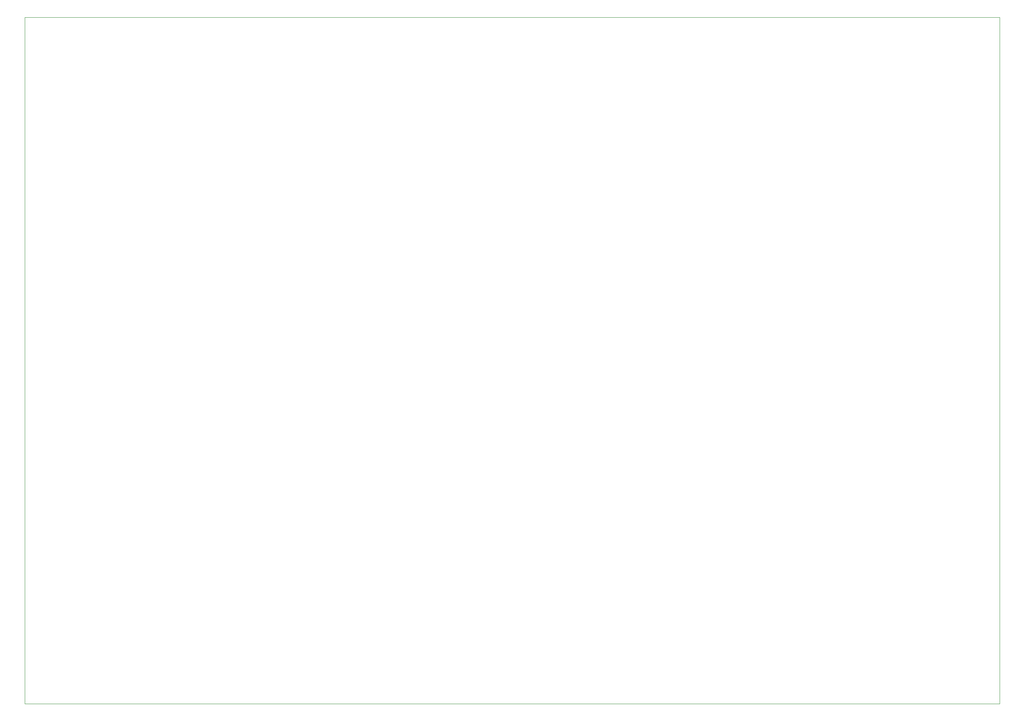
<source format=gbr>
%FSLAX34Y34*%
%MOMM*%
%LNOUTLINE*%
G71*
G01*
%ADD10C, 0.100*%
%LPD*%
G54D10*
X0Y0D02*
X0Y-1480000D01*
X2100000Y-1480000D01*
X2100000Y0D01*
X0Y0D01*
M02*

</source>
